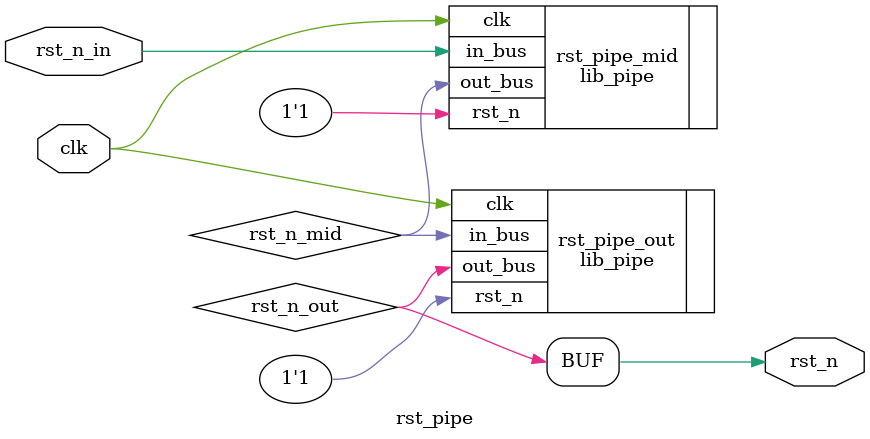
<source format=sv>

module rst_pipe (
	input clk,
	input rst_n_in,
	
	output rst_n
);

logic rst_n_mid;
logic rst_n_out;

lib_pipe #(.WIDTH(1), .STAGES(3)) rst_pipe_mid (.clk(clk), .rst_n(1'b1), .in_bus(rst_n_in),  .out_bus(rst_n_mid));
lib_pipe #(.WIDTH(1), .STAGES(3)) rst_pipe_out (.clk(clk), .rst_n(1'b1), .in_bus(rst_n_mid), .out_bus(rst_n_out));

assign rst_n =  rst_n_out;

endmodule

</source>
